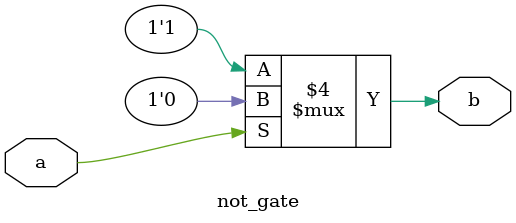
<source format=v>
module not_gate (
    input a,output reg b
);

always @(*) begin
    if (a == 1'b0) begin
        b=1'b1;
    end else begin
        b=1'b0;
    end
end


    
endmodule


// output is opposite of input
</source>
